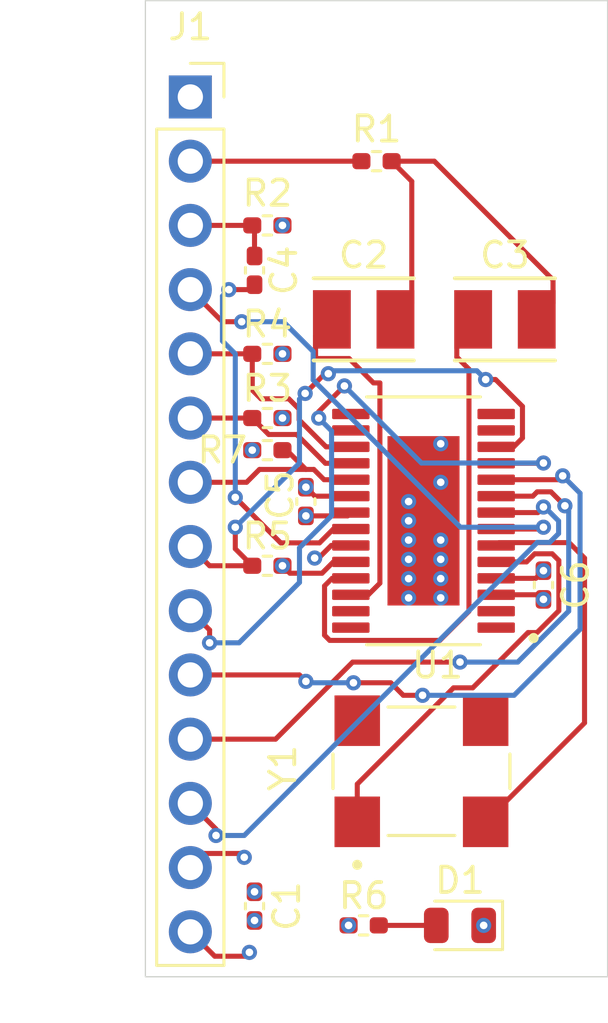
<source format=kicad_pcb>
(kicad_pcb (version 20240108) (generator "pcbnew") (generator_version "8.0")
  (layers (0 "F.Cu" signal) (1 "In1.Cu" signal) (2 "In2.Cu" signal) (31 "B.Cu" signal) (34 "B.Paste" user) (35 "F.Paste" user) (36 "B.SilkS" user "B.Silkscreen") (37 "F.SilkS" user "F.Silkscreen") (38 "B.Mask" user) (39 "F.Mask" user) (44 "Edge.Cuts" user))
  (net 0 "")
  (net 1 "+5V")
  (net 2 "GND")
  (net 3 "Net-(U1-VOUT)")
  (net 4 "Net-(C2-Pad2)")
  (net 5 "Net-(U1-SAG)")
  (net 6 "Net-(U1-VIN)")
  (net 7 "VIN")
  (net 8 "Net-(D1-A)")
  (net 9 "VSYNC")
  (net 10 "HSYNC")
  (net 11 "SDOUT")
  (net 12 "VOUT")
  (net 13 "RESET")
  (net 14 "CS")
  (net 15 "LOS")
  (net 16 "CLKOUT")
  (net 17 "SDIN")
  (net 18 "SCLK")
  (net 19 "Net-(U1-XFB)")
  (net 20 "Net-(U1-CLKIN)")
  (footprint "Capacitor_SMD:C_0402_1005Metric_Pad0.74x0.62mm_HandSolder" (layer "F.Cu") (at 148.844 99.06 90)
    (property "Reference" "C5" (at 0.254 -1.016 90) (layer "F.SilkS"))
    (property "Value" "0.1uF")
    (fp_line (start -0.115835 -0.36) (end 0.115835 -0.36) (stroke (width 0.12)) (layer "F.SilkS"))
    (fp_line (start -0.115835 0.36) (end 0.115835 0.36) (stroke (width 0.12)) (layer "F.SilkS"))
    (pad "1" smd roundrect (at -0.5675 0 90) (size 0.735 0.62) (layers "F.Cu" "F.Paste" "F.Mask") (net 1 "+5V"))
    (pad "2" smd roundrect (at 0.5675 0 90) (size 0.735 0.62) (layers "F.Cu" "F.Paste" "F.Mask") (net 2 "GND"))
  )
  (footprint "293D476X9010B2TE3:CAP_293D_B_VIS" (layer "F.Cu") (at 151.13 91.855)
    (property "Reference" "C2" (at 0 -2.54 0) (layer "F.SilkS"))
    (property "Value" "47uF")
    (fp_line (start -1.9812 1.6256) (end 1.9812 1.6256) (stroke (width 0.1524)) (layer "F.SilkS"))
    (fp_line (start 1.9812 -1.6256) (end -1.9812 -1.6256) (stroke (width 0.1524)) (layer "F.SilkS"))
    (pad "1" smd rect (at -1.257824 0 90) (size 2.3114 1.497552) (layers "F.Cu" "F.Paste" "F.Mask") (net 3 "Net-(U1-VOUT)"))
    (pad "2" smd rect (at 1.257824 0 90) (size 2.3114 1.497552) (layers "F.Cu" "F.Paste" "F.Mask") (net 4 "Net-(C2-Pad2)"))
  )
  (footprint "Resistor_SMD:R_0402_1005Metric_Pad0.72x0.64mm_HandSolder" (layer "F.Cu") (at 147.32 97.028)
    (property "Reference" "R7" (at -1.778 0 0) (layer "F.SilkS"))
    (property "Value" "10k")
    (fp_line (start -0.167621 -0.38) (end 0.167621 -0.38) (stroke (width 0.12)) (layer "F.SilkS"))
    (fp_line (start -0.167621 0.38) (end 0.167621 0.38) (stroke (width 0.12)) (layer "F.SilkS"))
    (pad "1" smd roundrect (at -0.5975 0) (size 0.715 0.64) (layers "F.Cu" "F.Paste" "F.Mask") (net 1 "+5V"))
    (pad "2" smd roundrect (at 0.5975 0) (size 0.715 0.64) (layers "F.Cu" "F.Paste" "F.Mask") (net 13 "RESET"))
  )
  (footprint "Resistor_SMD:R_0402_1005Metric_Pad0.72x0.64mm_HandSolder" (layer "F.Cu") (at 147.32 101.6)
    (property "Reference" "R5" (at 0 -1.17 0) (layer "F.SilkS"))
    (property "Value" "1k")
    (fp_line (start -0.167621 -0.38) (end 0.167621 -0.38) (stroke (width 0.12)) (layer "F.SilkS"))
    (fp_line (start -0.167621 0.38) (end 0.167621 0.38) (stroke (width 0.12)) (layer "F.SilkS"))
    (pad "1" smd roundrect (at -0.5975 0) (size 0.715 0.64) (layers "F.Cu" "F.Paste" "F.Mask") (net 15 "LOS"))
    (pad "2" smd roundrect (at 0.5975 0) (size 0.715 0.64) (layers "F.Cu" "F.Paste" "F.Mask") (net 1 "+5V"))
  )
  (footprint "MAX7456EUI_:SOP65P637X110-28N" (layer "F.Cu") (at 153.497 99.822 180)
    (property "Reference" "U1" (at -0.555 -5.712 0) (layer "F.SilkS"))
    (property "Value" "MAX7456EUI_")
    (fp_line (start -2.25 4.9) (end 2.25 4.9) (stroke (width 0.127)) (layer "F.SilkS"))
    (fp_line (start -2.25 -4.9) (end 2.25 -4.9) (stroke (width 0.127)) (layer "F.SilkS"))
    (fp_circle (center -4.355 -4.635) (end -4.255 -4.635) (stroke (width 0.2)) (fill none) (layer "F.SilkS"))
    (pad "1" smd roundrect (at -2.875 -4.225 180) (size 1.48 0.41) (layers "F.Cu" "F.Paste" "F.Mask") (roundrect_rratio 0.125))
    (pad "2" smd roundrect (at -2.875 -3.575 180) (size 1.48 0.41) (layers "F.Cu" "F.Paste" "F.Mask") (roundrect_rratio 0.125))
    (pad "3" smd roundrect (at -2.875 -2.925 180) (size 1.48 0.41) (layers "F.Cu" "F.Paste" "F.Mask") (roundrect_rratio 0.125) (net 1 "+5V"))
    (pad "4" smd roundrect (at -2.875 -2.275 180) (size 1.48 0.41) (layers "F.Cu" "F.Paste" "F.Mask") (roundrect_rratio 0.125) (net 2 "GND"))
    (pad "5" smd roundrect (at -2.875 -1.625 180) (size 1.48 0.41) (layers "F.Cu" "F.Paste" "F.Mask") (roundrect_rratio 0.125) (net 20 "Net-(U1-CLKIN)"))
    (pad "6" smd roundrect (at -2.875 -0.975 180) (size 1.48 0.41) (layers "F.Cu" "F.Paste" "F.Mask") (roundrect_rratio 0.125) (net 19 "Net-(U1-XFB)"))
    (pad "7" smd roundrect (at -2.875 -0.325 180) (size 1.48 0.41) (layers "F.Cu" "F.Paste" "F.Mask") (roundrect_rratio 0.125) (net 16 "CLKOUT"))
    (pad "8" smd roundrect (at -2.875 0.325 180) (size 1.48 0.41) (layers "F.Cu" "F.Paste" "F.Mask") (roundrect_rratio 0.125) (net 14 "CS"))
    (pad "9" smd roundrect (at -2.875 0.975 180) (size 1.48 0.41) (layers "F.Cu" "F.Paste" "F.Mask") (roundrect_rratio 0.125) (net 17 "SDIN"))
    (pad "10" smd roundrect (at -2.875 1.625 180) (size 1.48 0.41) (layers "F.Cu" "F.Paste" "F.Mask") (roundrect_rratio 0.125) (net 18 "SCLK"))
    (pad "11" smd roundrect (at -2.875 2.275 180) (size 1.48 0.41) (layers "F.Cu" "F.Paste" "F.Mask") (roundrect_rratio 0.125) (net 11 "SDOUT"))
    (pad "12" smd roundrect (at -2.875 2.925 180) (size 1.48 0.41) (layers "F.Cu" "F.Paste" "F.Mask") (roundrect_rratio 0.125) (net 15 "LOS"))
    (pad "13" smd roundrect (at -2.875 3.575 180) (size 1.48 0.41) (layers "F.Cu" "F.Paste" "F.Mask") (roundrect_rratio 0.125))
    (pad "14" smd roundrect (at -2.875 4.225 180) (size 1.48 0.41) (layers "F.Cu" "F.Paste" "F.Mask") (roundrect_rratio 0.125))
    (pad "15" smd roundrect (at 2.875 4.225 180) (size 1.48 0.41) (layers "F.Cu" "F.Paste" "F.Mask") (roundrect_rratio 0.125))
    (pad "16" smd roundrect (at 2.875 3.575 180) (size 1.48 0.41) (layers "F.Cu" "F.Paste" "F.Mask") (roundrect_rratio 0.125))
    (pad "17" smd roundrect (at 2.875 2.925 180) (size 1.48 0.41) (layers "F.Cu" "F.Paste" "F.Mask") (roundrect_rratio 0.125) (net 9 "VSYNC"))
    (pad "18" smd roundrect (at 2.875 2.275 180) (size 1.48 0.41) (layers "F.Cu" "F.Paste" "F.Mask") (roundrect_rratio 0.125) (net 10 "HSYNC"))
    (pad "19" smd roundrect (at 2.875 1.625 180) (size 1.48 0.41) (layers "F.Cu" "F.Paste" "F.Mask") (roundrect_rratio 0.125) (net 13 "RESET"))
    (pad "20" smd roundrect (at 2.875 0.975 180) (size 1.48 0.41) (layers "F.Cu" "F.Paste" "F.Mask") (roundrect_rratio 0.125) (net 2 "GND"))
    (pad "21" smd roundrect (at 2.875 0.325 180) (size 1.48 0.41) (layers "F.Cu" "F.Paste" "F.Mask") (roundrect_rratio 0.125) (net 1 "+5V"))
    (pad "22" smd roundrect (at 2.875 -0.325 180) (size 1.48 0.41) (layers "F.Cu" "F.Paste" "F.Mask") (roundrect_rratio 0.125) (net 6 "Net-(U1-VIN)"))
    (pad "23" smd roundrect (at 2.875 -0.975 180) (size 1.48 0.41) (layers "F.Cu" "F.Paste" "F.Mask") (roundrect_rratio 0.125) (net 2 "GND"))
    (pad "24" smd roundrect (at 2.875 -1.625 180) (size 1.48 0.41) (layers "F.Cu" "F.Paste" "F.Mask") (roundrect_rratio 0.125) (net 1 "+5V"))
    (pad "25" smd roundrect (at 2.875 -2.275 180) (size 1.48 0.41) (layers "F.Cu" "F.Paste" "F.Mask") (roundrect_rratio 0.125) (net 5 "Net-(U1-SAG)"))
    (pad "26" smd roundrect (at 2.875 -2.925 180) (size 1.48 0.41) (layers "F.Cu" "F.Paste" "F.Mask") (roundrect_rratio 0.125) (net 3 "Net-(U1-VOUT)"))
    (pad "27" smd roundrect (at 2.875 -3.575 180) (size 1.48 0.41) (layers "F.Cu" "F.Paste" "F.Mask") (roundrect_rratio 0.125))
    (pad "28" smd roundrect (at 2.875 -4.225 180) (size 1.48 0.41) (layers "F.Cu" "F.Paste" "F.Mask") (roundrect_rratio 0.125))
    (pad "29" smd rect (at 0 0 180) (size 2.85 6.7) (layers "F.Cu" "F.Mask") (net 2 "GND"))
  )
  (footprint "ASV_27_000MHZ_EJ_T:XTAL_ASV-27.000MHZ-EJ-T" (layer "F.Cu") (at 153.416 109.728 90)
    (property "Reference" "Y1" (at 0.1298 -5.4866 90) (layer "F.SilkS"))
    (property "Value" "27MHz")
    (fp_line (start -0.68 -3.5) (end 0.68 -3.5) (stroke (width 0.127)) (layer "F.SilkS"))
    (fp_line (start 2.54 -1.32) (end 2.54 1.32) (stroke (width 0.127)) (layer "F.SilkS"))
    (fp_line (start -2.54 -1.32) (end -2.54 1.32) (stroke (width 0.127)) (layer "F.SilkS"))
    (fp_line (start -0.68 3.5) (end 0.68 3.5) (stroke (width 0.127)) (layer "F.SilkS"))
    (fp_circle (center -3.7 -2.54) (end -3.6 -2.54) (stroke (width 0.2)) (fill none) (layer "F.SilkS"))
    (pad "1" smd rect (at -2 -2.54 90) (size 2 1.8) (layers "F.Cu" "F.Paste" "F.Mask") (net 20 "Net-(U1-CLKIN)"))
    (pad "2" smd rect (at -2 2.54 90) (size 2 1.8) (layers "F.Cu" "F.Paste" "F.Mask") (net 19 "Net-(U1-XFB)"))
    (pad "3" smd rect (at 2 2.54 90) (size 2 1.8) (layers "F.Cu" "F.Paste" "F.Mask"))
    (pad "4" smd rect (at 2 -2.54 90) (size 2 1.8) (layers "F.Cu" "F.Paste" "F.Mask"))
  )
  (footprint "LED_SMD:LED_0805_2012Metric" (layer "F.Cu") (at 154.94 115.824 180)
    (property "Reference" "D1" (at 0 1.778 0) (layer "F.SilkS"))
    (property "Value" "LED")
    (fp_line (start 1 -0.96) (end -1.685 -0.96) (stroke (width 0.12)) (layer "F.SilkS"))
    (fp_line (start -1.685 0.96) (end 1 0.96) (stroke (width 0.12)) (layer "F.SilkS"))
    (fp_line (start -1.685 -0.96) (end -1.685 0.96) (stroke (width 0.12)) (layer "F.SilkS"))
    (pad "1" smd roundrect (at -0.9375 0 180) (size 0.975 1.4) (layers "F.Cu" "F.Paste" "F.Mask") (net 2 "GND"))
    (pad "2" smd roundrect (at 0.9375 0 180) (size 0.975 1.4) (layers "F.Cu" "F.Paste" "F.Mask") (net 8 "Net-(D1-A)"))
  )
  (footprint "293D476X9010B2TE3:CAP_293D_B_VIS" (layer "F.Cu") (at 156.718 91.855)
    (property "Reference" "C3" (at 0 -2.54 0) (layer "F.SilkS"))
    (property "Value" "47uF")
    (fp_line (start -1.9812 1.6256) (end 1.9812 1.6256) (stroke (width 0.1524)) (layer "F.SilkS"))
    (fp_line (start 1.9812 -1.6256) (end -1.9812 -1.6256) (stroke (width 0.1524)) (layer "F.SilkS"))
    (pad "1" smd rect (at -1.257824 0 90) (size 2.3114 1.497552) (layers "F.Cu" "F.Paste" "F.Mask") (net 5 "Net-(U1-SAG)"))
    (pad "2" smd rect (at 1.257824 0 90) (size 2.3114 1.497552) (layers "F.Cu" "F.Paste" "F.Mask") (net 4 "Net-(C2-Pad2)"))
  )
  (footprint "Resistor_SMD:R_0402_1005Metric_Pad0.72x0.64mm_HandSolder" (layer "F.Cu") (at 147.32 93.218)
    (property "Reference" "R4" (at 0 -1.17 0) (layer "F.SilkS"))
    (property "Value" "1k")
    (fp_line (start -0.167621 -0.38) (end 0.167621 -0.38) (stroke (width 0.12)) (layer "F.SilkS"))
    (fp_line (start -0.167621 0.38) (end 0.167621 0.38) (stroke (width 0.12)) (layer "F.SilkS"))
    (pad "1" smd roundrect (at -0.5975 0) (size 0.715 0.64) (layers "F.Cu" "F.Paste" "F.Mask") (net 9 "VSYNC"))
    (pad "2" smd roundrect (at 0.5975 0) (size 0.715 0.64) (layers "F.Cu" "F.Paste" "F.Mask") (net 1 "+5V"))
  )
  (footprint "Capacitor_SMD:C_0402_1005Metric_Pad0.74x0.62mm_HandSolder" (layer "F.Cu") (at 146.812 89.916 -90)
    (property "Reference" "C4" (at 0 -1.16 90) (layer "F.SilkS"))
    (property "Value" "0.1uF")
    (fp_line (start -0.115835 0.36) (end 0.115835 0.36) (stroke (width 0.12)) (layer "F.SilkS"))
    (fp_line (start -0.115835 -0.36) (end 0.115835 -0.36) (stroke (width 0.12)) (layer "F.SilkS"))
    (pad "1" smd roundrect (at -0.5675 0 270) (size 0.735 0.62) (layers "F.Cu" "F.Paste" "F.Mask") (net 7 "VIN"))
    (pad "2" smd roundrect (at 0.5675 0 270) (size 0.735 0.62) (layers "F.Cu" "F.Paste" "F.Mask") (net 6 "Net-(U1-VIN)"))
  )
  (footprint "Resistor_SMD:R_0402_1005Metric_Pad0.72x0.64mm_HandSolder" (layer "F.Cu") (at 151.13 115.824)
    (property "Reference" "R6" (at 0 -1.17 0) (layer "F.SilkS"))
    (property "Value" "330")
    (fp_line (start -0.167621 -0.38) (end 0.167621 -0.38) (stroke (width 0.12)) (layer "F.SilkS"))
    (fp_line (start -0.167621 0.38) (end 0.167621 0.38) (stroke (width 0.12)) (layer "F.SilkS"))
    (pad "1" smd roundrect (at -0.5975 0) (size 0.715 0.64) (layers "F.Cu" "F.Paste" "F.Mask") (net 1 "+5V"))
    (pad "2" smd roundrect (at 0.5975 0) (size 0.715 0.64) (layers "F.Cu" "F.Paste" "F.Mask") (net 8 "Net-(D1-A)"))
  )
  (footprint "Connector_PinSocket_2.54mm:PinSocket_1x14_P2.54mm_Vertical" (layer "F.Cu") (at 144.272 83.058)
    (property "Reference" "J1" (at 0 -2.77 0) (layer "F.SilkS"))
    (property "Value" "Conn_01x14_Socket")
    (fp_line (start -1.33 1.27) (end -1.33 34.35) (stroke (width 0.12)) (layer "F.SilkS"))
    (fp_line (start -1.33 1.27) (end 1.33 1.27) (stroke (width 0.12)) (layer "F.SilkS"))
    (fp_line (start -1.33 34.35) (end 1.33 34.35) (stroke (width 0.12)) (layer "F.SilkS"))
    (fp_line (start 0 -1.33) (end 1.33 -1.33) (stroke (width 0.12)) (layer "F.SilkS"))
    (fp_line (start 1.33 -1.33) (end 1.33 0) (stroke (width 0.12)) (layer "F.SilkS"))
    (fp_line (start 1.33 1.27) (end 1.33 34.35) (stroke (width 0.12)) (layer "F.SilkS"))
    (pad "1" thru_hole rect (at 0 0) (size 1.7 1.7) (drill 1) (layers "*.Cu" "*.Mask") (net 2 "GND"))
    (pad "2" thru_hole oval (at 0 2.54) (size 1.7 1.7) (drill 1) (layers "*.Cu" "*.Mask") (net 12 "VOUT"))
    (pad "3" thru_hole oval (at 0 5.08) (size 1.7 1.7) (drill 1) (layers "*.Cu" "*.Mask") (net 7 "VIN"))
    (pad "4" thru_hole oval (at 0 7.62) (size 1.7 1.7) (drill 1) (layers "*.Cu" "*.Mask") (net 16 "CLKOUT"))
    (pad "5" thru_hole oval (at 0 10.16) (size 1.7 1.7) (drill 1) (layers "*.Cu" "*.Mask") (net 9 "VSYNC"))
    (pad "6" thru_hole oval (at 0 12.7) (size 1.7 1.7) (drill 1) (layers "*.Cu" "*.Mask") (net 10 "HSYNC"))
    (pad "7" thru_hole oval (at 0 15.24) (size 1.7 1.7) (drill 1) (layers "*.Cu" "*.Mask") (net 13 "RESET"))
    (pad "8" thru_hole oval (at 0 17.78) (size 1.7 1.7) (drill 1) (layers "*.Cu" "*.Mask") (net 15 "LOS"))
    (pad "9" thru_hole oval (at 0 20.32) (size 1.7 1.7) (drill 1) (layers "*.Cu" "*.Mask") (net 11 "SDOUT"))
    (pad "10" thru_hole oval (at 0 22.86) (size 1.7 1.7) (drill 1) (layers "*.Cu" "*.Mask") (net 18 "SCLK"))
    (pad "11" thru_hole oval (at 0 25.4) (size 1.7 1.7) (drill 1) (layers "*.Cu" "*.Mask") (net 17 "SDIN"))
    (pad "12" thru_hole oval (at 0 27.94) (size 1.7 1.7) (drill 1) (layers "*.Cu" "*.Mask") (net 14 "CS"))
    (pad "13" thru_hole oval (at 0 30.48) (size 1.7 1.7) (drill 1) (layers "*.Cu" "*.Mask") (net 2 "GND"))
    (pad "14" thru_hole oval (at 0 33.02) (size 1.7 1.7) (drill 1) (layers "*.Cu" "*.Mask") (net 1 "+5V"))
  )
  (footprint "Resistor_SMD:R_0402_1005Metric_Pad0.72x0.64mm_HandSolder" (layer "F.Cu") (at 147.32 88.138 180)
    (property "Reference" "R2" (at 0 1.27 0) (layer "F.SilkS"))
    (property "Value" "75")
    (fp_line (start -0.167621 0.38) (end 0.167621 0.38) (stroke (width 0.12)) (layer "F.SilkS"))
    (fp_line (start -0.167621 -0.38) (end 0.167621 -0.38) (stroke (width 0.12)) (layer "F.SilkS"))
    (pad "1" smd roundrect (at -0.5975 0 180) (size 0.715 0.64) (layers "F.Cu" "F.Paste" "F.Mask") (net 2 "GND"))
    (pad "2" smd roundrect (at 0.5975 0 180) (size 0.715 0.64) (layers "F.Cu" "F.Paste" "F.Mask") (net 7 "VIN"))
  )
  (footprint "Resistor_SMD:R_0402_1005Metric_Pad0.72x0.64mm_HandSolder" (layer "F.Cu") (at 151.638 85.598 180)
    (property "Reference" "R1" (at 0 1.27 0) (layer "F.SilkS"))
    (property "Value" "75")
    (fp_line (start -0.167621 0.38) (end 0.167621 0.38) (stroke (width 0.12)) (layer "F.SilkS"))
    (fp_line (start -0.167621 -0.38) (end 0.167621 -0.38) (stroke (width 0.12)) (layer "F.SilkS"))
    (pad "1" smd roundrect (at -0.5975 0 180) (size 0.715 0.64) (layers "F.Cu" "F.Paste" "F.Mask") (net 4 "Net-(C2-Pad2)"))
    (pad "2" smd roundrect (at 0.5975 0 180) (size 0.715 0.64) (layers "F.Cu" "F.Paste" "F.Mask") (net 12 "VOUT"))
  )
  (footprint "Capacitor_SMD:C_0402_1005Metric_Pad0.74x0.62mm_HandSolder" (layer "F.Cu") (at 146.812 115.062 90)
    (property "Reference" "C1" (at 0 1.27 90) (layer "F.SilkS"))
    (property "Value" "0.1uF")
    (fp_line (start -0.115835 -0.36) (end 0.115835 -0.36) (stroke (width 0.12)) (layer "F.SilkS"))
    (fp_line (start -0.115835 0.36) (end 0.115835 0.36) (stroke (width 0.12)) (layer "F.SilkS"))
    (pad "1" smd roundrect (at -0.5675 0 90) (size 0.735 0.62) (layers "F.Cu" "F.Paste" "F.Mask") (net 1 "+5V"))
    (pad "2" smd roundrect (at 0.5675 0 90) (size 0.735 0.62) (layers "F.Cu" "F.Paste" "F.Mask") (net 2 "GND"))
  )
  (footprint "Capacitor_SMD:C_0402_1005Metric_Pad0.74x0.62mm_HandSolder" (layer "F.Cu") (at 158.242 102.362 90)
    (property "Reference" "C6" (at 0 1.27 90) (layer "F.SilkS"))
    (property "Value" "0.1uF")
    (fp_line (start -0.115835 -0.36) (end 0.115835 -0.36) (stroke (width 0.12)) (layer "F.SilkS"))
    (fp_line (start -0.115835 0.36) (end 0.115835 0.36) (stroke (width 0.12)) (layer "F.SilkS"))
    (pad "1" smd roundrect (at -0.5675 0 90) (size 0.735 0.62) (layers "F.Cu" "F.Paste" "F.Mask") (net 1 "+5V"))
    (pad "2" smd roundrect (at 0.5675 0 90) (size 0.735 0.62) (layers "F.Cu" "F.Paste" "F.Mask") (net 2 "GND"))
  )
  (footprint "Resistor_SMD:R_0402_1005Metric_Pad0.72x0.64mm_HandSolder" (layer "F.Cu") (at 147.32 95.758)
    (property "Reference" "R3" (at 0 -1.17 0) (layer "F.SilkS"))
    (property "Value" "1k")
    (fp_line (start -0.167621 -0.38) (end 0.167621 -0.38) (stroke (width 0.12)) (layer "F.SilkS"))
    (fp_line (start -0.167621 0.38) (end 0.167621 0.38) (stroke (width 0.12)) (layer "F.SilkS"))
    (pad "1" smd roundrect (at -0.5975 0) (size 0.715 0.64) (layers "F.Cu" "F.Paste" "F.Mask") (net 10 "HSYNC"))
    (pad "2" smd roundrect (at 0.5975 0) (size 0.715 0.64) (layers "F.Cu" "F.Paste" "F.Mask") (net 1 "+5V"))
  )
  (gr_rect (start 142.494 79.248) (end 160.782 117.856) (stroke (width 0.05)) (fill none) (layer "Edge.Cuts"))
  (segment (start 150.622 101.447) (end 149.931336 101.447) (width 0.2) (layer "F.Cu") (net 1))
  (segment (start 148.2125 101.895) (end 147.9175 101.6) (width 0.2) (layer "F.Cu") (net 1))
  (segment (start 148.844 99.6275) (end 150.4915 99.6275) (width 0.2) (layer "F.Cu") (net 1))
  (segment (start 150.4915 99.6275) (end 150.622 99.497) (width 0.2) (layer "F.Cu") (net 1))
  (segment (start 156.372 102.747) (end 158.0595 102.747) (width 0.2) (layer "F.Cu") (net 1))
  (segment (start 144.272 116.078) (end 145.2372 117.0432) (width 0.2) (layer "F.Cu") (net 1))
  (segment (start 149.931336 101.447) (end 149.483336 101.895) (width 0.2) (layer "F.Cu") (net 1))
  (segment (start 149.483336 101.895) (end 148.2125 101.895) (width 0.2) (layer "F.Cu") (net 1))
  (segment (start 158.0595 102.747) (end 158.242 102.9295) (width 0.2) (layer "F.Cu") (net 1))
  (segment (start 145.2372 117.0432) (end 146.4564 117.0432) (width 0.2) (layer "F.Cu") (net 1))
  (segment (start 146.4564 117.0432) (end 146.6088 116.8908) (width 0.2) (layer "F.Cu") (net 1))
  (via (at 158.242 102.9295) (size 0.6) (drill 0.3) (layers "F.Cu" "B.Cu") (net 1))
  (via (at 146.812 115.6295) (size 0.6) (drill 0.3) (layers "F.Cu" "B.Cu") (net 1))
  (via (at 147.9175 95.758) (size 0.6) (drill 0.3) (layers "F.Cu" "B.Cu") (net 1))
  (via (at 147.9175 93.218) (size 0.6) (drill 0.3) (layers "F.Cu" "B.Cu") (net 1))
  (via (at 148.844 99.6275) (size 0.6) (drill 0.3) (layers "F.Cu" "B.Cu") (net 1))
  (via (at 147.9175 101.6) (size 0.6) (drill 0.3) (layers "F.Cu" "B.Cu") (net 1))
  (via (at 146.6088 116.8908) (size 0.6) (drill 0.3) (layers "F.Cu" "B.Cu") (net 1))
  (via (at 146.7225 97.028) (size 0.6) (drill 0.3) (layers "F.Cu" "B.Cu") (net 1))
  (via (at 150.5325 115.824) (size 0.6) (drill 0.3) (layers "F.Cu" "B.Cu") (net 1))
  (segment (start 150.622 100.797) (end 149.847022 100.797) (width 0.2) (layer "F.Cu") (net 2))
  (segment (start 149.349022 101.295) (end 149.19 101.295) (width 0.2) (layer "F.Cu") (net 2))
  (segment (start 146.2532 112.9792) (end 146.4056 113.1316) (width 0.2) (layer "F.Cu") (net 2))
  (segment (start 144.272 113.538) (end 144.8308 112.9792) (width 0.2) (layer "F.Cu") (net 2))
  (segment (start 150.622 98.847) (end 149.1985 98.847) (width 0.2) (layer "F.Cu") (net 2))
  (segment (start 144.8308 112.9792) (end 146.2532 112.9792) (width 0.2) (layer "F.Cu") (net 2))
  (segment (start 157.9395 102.097) (end 158.242 101.7945) (width 0.2) (layer "F.Cu") (net 2))
  (segment (start 156.372 102.097) (end 157.9395 102.097) (width 0.2) (layer "F.Cu") (net 2))
  (segment (start 149.1985 98.847) (end 148.844 98.4925) (width 0.2) (layer "F.Cu") (net 2))
  (segment (start 149.847022 100.797) (end 149.349022 101.295) (width 0.2) (layer "F.Cu") (net 2))
  (via (at 152.908 101.346) (size 0.6) (drill 0.3) (layers "F.Cu" "B.Cu") (net 2))
  (via (at 154.178 100.584) (size 0.6) (drill 0.3) (layers "F.Cu" "B.Cu") (net 2))
  (via (at 154.178 96.774) (size 0.6) (drill 0.3) (layers "F.Cu" "B.Cu") (net 2))
  (via (at 149.19 101.295) (size 0.6) (drill 0.3) (layers "F.Cu" "B.Cu") (net 2))
  (via (at 152.908 100.584) (size 0.6) (drill 0.3) (layers "F.Cu" "B.Cu") (net 2))
  (via (at 154.178 102.87) (size 0.6) (drill 0.3) (layers "F.Cu" "B.Cu") (net 2))
  (via (at 155.8775 115.824) (size 0.6) (drill 0.3) (layers "F.Cu" "B.Cu") (net 2))
  (via (at 154.178 102.108) (size 0.6) (drill 0.3) (layers "F.Cu" "B.Cu") (net 2))
  (via (at 148.844 98.4925) (size 0.6) (drill 0.3) (layers "F.Cu" "B.Cu") (net 2))
  (via (at 154.178 98.298) (size 0.6) (drill 0.3) (layers "F.Cu" "B.Cu") (net 2))
  (via (at 152.908 99.06) (size 0.6) (drill 0.3) (layers "F.Cu" "B.Cu") (net 2))
  (via (at 146.812 114.4945) (size 0.6) (drill 0.3) (layers "F.Cu" "B.Cu") (net 2))
  (via (at 152.908 102.87) (size 0.6) (drill 0.3) (layers "F.Cu" "B.Cu") (net 2))
  (via (at 147.9175 88.138) (size 0.6) (drill 0.3) (layers "F.Cu" "B.Cu") (net 2))
  (via (at 154.178 101.346) (size 0.6) (drill 0.3) (layers "F.Cu" "B.Cu") (net 2))
  (via (at 152.908 102.108) (size 0.6) (drill 0.3) (layers "F.Cu" "B.Cu") (net 2))
  (via (at 146.4056 113.1316) (size 0.6) (drill 0.3) (layers "F.Cu" "B.Cu") (net 2))
  (via (at 158.242 101.7945) (size 0.6) (drill 0.3) (layers "F.Cu" "B.Cu") (net 2))
  (via (at 152.908 99.822) (size 0.6) (drill 0.3) (layers "F.Cu" "B.Cu") (net 2))
  (segment (start 151.518 94.368) (end 150.5528 93.4028) (width 0.2) (layer "F.Cu") (net 3))
  (segment (start 149.285178 93.4028) (end 149.2266 93.344222) (width 0.2) (layer "F.Cu") (net 3))
  (segment (start 151.772 102.287664) (end 151.772 94.368) (width 0.2) (layer "F.Cu") (net 3))
  (segment (start 150.5528 93.4028) (end 149.285178 93.4028) (width 0.2) (layer "F.Cu") (net 3))
  (segment (start 151.772 94.368) (end 151.518 94.368) (width 0.2) (layer "F.Cu") (net 3))
  (segment (start 149.2266 92.500576) (end 149.872176 91.855) (width 0.2) (layer "F.Cu") (net 3))
  (segment (start 149.2266 93.344222) (end 149.2266 92.500576) (width 0.2) (layer "F.Cu") (net 3))
  (segment (start 151.312664 102.747) (end 151.772 102.287664) (width 0.2) (layer "F.Cu") (net 3))
  (segment (start 150.622 102.747) (end 151.312664 102.747) (width 0.2) (layer "F.Cu") (net 3))
  (segment (start 158.6214 91.209424) (end 158.6214 90.2954) (width 0.2) (layer "F.Cu") (net 4))
  (segment (start 157.975824 91.855) (end 158.6214 91.209424) (width 0.2) (layer "F.Cu") (net 4))
  (segment (start 153.924 85.598) (end 152.2355 85.598) (width 0.2) (layer "F.Cu") (net 4))
  (segment (start 153.0334 91.209424) (end 152.387824 91.855) (width 0.2) (layer "F.Cu") (net 4))
  (segment (start 153.0334 86.3959) (end 153.0334 91.209424) (width 0.2) (layer "F.Cu") (net 4))
  (segment (start 158.6214 90.2954) (end 153.924 85.598) (width 0.2) (layer "F.Cu") (net 4))
  (segment (start 152.2355 85.598) (end 153.0334 86.3959) (width 0.2) (layer "F.Cu") (net 4))
  (segment (start 154.142 104.552) (end 155.2956 103.3984) (width 0.2) (layer "F.Cu") (net 5))
  (segment (start 154.8146 93.344222) (end 154.8146 92.500576) (width 0.2) (layer "F.Cu") (net 5))
  (segment (start 155.2956 103.3984) (end 155.2956 93.825222) (width 0.2) (layer "F.Cu") (net 5))
  (segment (start 150.622 102.097) (end 149.882001 102.097) (width 0.2) (layer "F.Cu") (net 5))
  (segment (start 149.582 104.347664) (end 149.786336 104.552) (width 0.2) (layer "F.Cu") (net 5))
  (segment (start 149.582 102.397001) (end 149.582 104.347664) (width 0.2) (layer "F.Cu") (net 5))
  (segment (start 155.2956 93.825222) (end 154.8146 93.344222) (width 0.2) (layer "F.Cu") (net 5))
  (segment (start 149.786336 104.552) (end 154.142 104.552) (width 0.2) (layer "F.Cu") (net 5))
  (segment (start 149.882001 102.097) (end 149.582 102.397001) (width 0.2) (layer "F.Cu") (net 5))
  (segment (start 154.8146 92.500576) (end 155.460176 91.855) (width 0.2) (layer "F.Cu") (net 5))
  (segment (start 147.847 100.695) (end 146.05 98.898) (width 0.2) (layer "F.Cu") (net 6))
  (segment (start 149.383336 100.695) (end 147.847 100.695) (width 0.2) (layer "F.Cu") (net 6))
  (segment (start 145.796 90.678) (end 146.6175 90.678) (width 0.2) (layer "F.Cu") (net 6))
  (segment (start 149.931336 100.147) (end 149.383336 100.695) (width 0.2) (layer "F.Cu") (net 6))
  (segment (start 146.6175 90.678) (end 146.812 90.4835) (width 0.2) (layer "F.Cu") (net 6))
  (segment (start 150.622 100.147) (end 149.931336 100.147) (width 0.2) (layer "F.Cu") (net 6))
  (via (at 145.796 90.678) (size 0.6) (drill 0.3) (layers "F.Cu" "B.Cu") (net 6))
  (via (at 146.05 98.898) (size 0.6) (drill 0.3) (layers "F.Cu" "B.Cu") (net 6))
  (segment (start 145.542 90.932) (end 145.796 90.678) (width 0.2) (layer "B.Cu") (net 6))
  (segment (start 146.05 98.898) (end 146.05 93.218) (width 0.2) (layer "B.Cu") (net 6))
  (segment (start 145.542 92.71) (end 145.542 90.932) (width 0.2) (layer "B.Cu") (net 6))
  (segment (start 146.05 93.218) (end 145.542 92.71) (width 0.2) (layer "B.Cu") (net 6))
  (segment (start 146.812 88.2275) (end 146.7225 88.138) (width 0.2) (layer "F.Cu") (net 7))
  (segment (start 144.272 88.138) (end 146.7225 88.138) (width 0.2) (layer "F.Cu") (net 7))
  (segment (start 146.812 89.3485) (end 146.812 88.2275) (width 0.2) (layer "F.Cu") (net 7))
  (segment (start 154.0025 115.824) (end 151.7275 115.824) (width 0.2) (layer "F.Cu") (net 8))
  (segment (start 144.272 93.218) (end 146.7225 93.218) (width 0.2) (layer "F.Cu") (net 9))
  (segment (start 148.575 95.403028) (end 148.167972 94.996) (width 0.2) (layer "F.Cu") (net 9))
  (segment (start 146.7225 94.6525) (end 146.7225 93.218) (width 0.2) (layer "F.Cu") (net 9))
  (segment (start 150.622 96.897) (end 149.642471 96.897) (width 0.2) (layer "F.Cu") (net 9))
  (segment (start 148.167972 94.996) (end 147.066 94.996) (width 0.2) (layer "F.Cu") (net 9))
  (segment (start 147.066 94.996) (end 146.7225 94.6525) (width 0.2) (layer "F.Cu") (net 9))
  (segment (start 149.642471 96.897) (end 148.575 95.829529) (width 0.2) (layer "F.Cu") (net 9))
  (segment (start 148.575 95.829529) (end 148.575 95.403028) (width 0.2) (layer "F.Cu") (net 9))
  (segment (start 144.272 95.758) (end 146.7225 95.758) (width 0.2) (layer "F.Cu") (net 10))
  (segment (start 148.478 96.408) (end 149.617 97.547) (width 0.2) (layer "F.Cu") (net 10))
  (segment (start 149.617 97.547) (end 150.622 97.547) (width 0.2) (layer "F.Cu") (net 10))
  (segment (start 147.3725 96.408) (end 148.478 96.408) (width 0.2) (layer "F.Cu") (net 10))
  (segment (start 146.7225 95.758) (end 147.3725 96.408) (width 0.2) (layer "F.Cu") (net 10))
  (segment (start 150.368 94.488) (end 149.352 95.504) (width 0.2) (layer "F.Cu") (net 11))
  (segment (start 149.352 95.504) (end 149.352 95.758) (width 0.2) (layer "F.Cu") (net 11))
  (segment (start 145.034 104.648) (end 145.034 104.14) (width 0.2) (layer "F.Cu") (net 11))
  (segment (start 156.372 97.547) (end 158.231 97.547) (width 0.2) (layer "F.Cu") (net 11))
  (segment (start 158.231 97.547) (end 158.242 97.536) (width 0.2) (layer "F.Cu") (net 11))
  (segment (start 145.034 104.14) (end 144.272 103.378) (width 0.2) (layer "F.Cu") (net 11))
  (via (at 150.368 94.488) (size 0.6) (drill 0.3) (layers "F.Cu" "B.Cu") (net 11))
  (via (at 145.034 104.648) (size 0.6) (drill 0.3) (layers "F.Cu" "B.Cu") (net 11))
  (via (at 158.242 97.536) (size 0.6) (drill 0.3) (layers "F.Cu" "B.Cu") (net 11))
  (via (at 149.352 95.758) (size 0.6) (drill 0.3) (layers "F.Cu" "B.Cu") (net 11))
  (segment (start 158.242 97.536) (end 153.416 97.536) (width 0.2) (layer "B.Cu") (net 11))
  (segment (start 146.2024 104.648) (end 145.034 104.648) (width 0.2) (layer "B.Cu") (net 11))
  (segment (start 153.416 97.536) (end 150.368 94.488) (width 0.2) (layer "B.Cu") (net 11))
  (segment (start 148.59 102.2604) (end 146.2024 104.648) (width 0.2) (layer "B.Cu") (net 11))
  (segment (start 149.86 99.6188) (end 148.59 100.8888) (width 0.2) (layer "B.Cu") (net 11))
  (segment (start 149.86 96.266) (end 149.86 99.6188) (width 0.2) (layer "B.Cu") (net 11))
  (segment (start 148.59 100.8888) (end 148.59 102.2604) (width 0.2) (layer "B.Cu") (net 11))
  (segment (start 149.352 95.758) (end 149.86 96.266) (width 0.2) (layer "B.Cu") (net 11))
  (segment (start 144.272 85.598) (end 151.0405 85.598) (width 0.2) (layer "F.Cu") (net 12))
  (segment (start 144.272 98.298) (end 146.499238 98.298) (width 0.2) (layer "F.Cu") (net 13))
  (segment (start 149.563762 98.197) (end 149.156762 97.79) (width 0.2) (layer "F.Cu") (net 13))
  (segment (start 147.007238 97.79) (end 146.499238 98.298) (width 0.2) (layer "F.Cu") (net 13))
  (segment (start 150.622 98.197) (end 149.563762 98.197) (width 0.2) (layer "F.Cu") (net 13))
  (segment (start 148.844 97.79) (end 147.007238 97.79) (width 0.2) (layer "F.Cu") (net 13))
  (segment (start 149.156762 97.79) (end 148.844 97.79) (width 0.2) (layer "F.Cu") (net 13))
  (segment (start 148.082 97.028) (end 148.844 97.79) (width 0.2) (layer "F.Cu") (net 13))
  (segment (start 156.372 99.497) (end 158.020997 99.497) (width 0.2) (layer "F.Cu") (net 14))
  (segment (start 158.020997 99.497) (end 158.242 99.275997) (width 0.2) (layer "F.Cu") (net 14))
  (segment (start 145.288 112.014) (end 144.272 110.998) (width 0.2) (layer "F.Cu") (net 14))
  (segment (start 145.288 112.268) (end 145.288 112.014) (width 0.2) (layer "F.Cu") (net 14))
  (via (at 158.242 99.275997) (size 0.6) (drill 0.3) (layers "F.Cu" "B.Cu") (net 14))
  (via (at 145.288 112.268) (size 0.6) (drill 0.3) (layers "F.Cu" "B.Cu") (net 14))
  (segment (start 158.490529 100.676) (end 157.9976 100.676) (width 0.2) (layer "B.Cu") (net 14))
  (segment (start 146.4056 112.268) (end 145.288 112.268) (width 0.2) (layer "B.Cu") (net 14))
  (segment (start 158.290526 99.275997) (end 158.842 99.827471) (width 0.2) (layer "B.Cu") (net 14))
  (segment (start 157.9976 100.676) (end 146.4056 112.268) (width 0.2) (layer "B.Cu") (net 14))
  (segment (start 158.242 99.275997) (end 158.290526 99.275997) (width 0.2) (layer "B.Cu") (net 14))
  (segment (start 158.842 100.324529) (end 158.490529 100.676) (width 0.2) (layer "B.Cu") (net 14))
  (segment (start 158.842 99.827471) (end 158.842 100.324529) (width 0.2) (layer "B.Cu") (net 14))
  (segment (start 149.731934 94.0028) (end 149.594278 94.0028) (width 0.2) (layer "F.Cu") (net 15))
  (segment (start 146.7225 101.6) (end 145.034 101.6) (width 0.2) (layer "F.Cu") (net 15))
  (segment (start 157.412 96.547664) (end 157.412 95.296336) (width 0.2) (layer "F.Cu") (net 15))
  (segment (start 149.594278 94.0028) (end 148.814577 94.782501) (width 0.2) (layer "F.Cu") (net 15))
  (segment (start 146.05 100.9275) (end 146.7225 101.6) (width 0.2) (layer "F.Cu") (net 15))
  (segment (start 145.034 101.6) (end 144.272 100.838) (width 0.2) (layer "F.Cu") (net 15))
  (segment (start 157.062664 96.897) (end 157.412 96.547664) (width 0.2) (layer "F.Cu") (net 15))
  (segment (start 156.372 96.897) (end 155.825 96.897) (width 0.2) (layer "F.Cu") (net 15))
  (segment (start 157.412 95.296336) (end 156.349664 94.234) (width 0.2) (layer "F.Cu") (net 15))
  (segment (start 155.825 96.897) (end 157.062664 96.897) (width 0.2) (layer "F.Cu") (net 15))
  (segment (start 156.349664 94.234) (end 155.956 94.234) (width 0.2) (layer "F.Cu") (net 15))
  (segment (start 146.05 100.076) (end 146.05 100.9275) (width 0.2) (layer "F.Cu") (net 15))
  (via (at 148.814577 94.782501) (size 0.6) (drill 0.3) (layers "F.Cu" "B.Cu") (net 15))
  (via (at 149.731934 94.0028) (size 0.6) (drill 0.3) (layers "F.Cu" "B.Cu") (net 15))
  (via (at 155.956 94.234) (size 0.6) (drill 0.3) (layers "F.Cu" "B.Cu") (net 15))
  (via (at 146.05 100.076) (size 0.6) (drill 0.3) (layers "F.Cu" "B.Cu") (net 15))
  (segment (start 155.61 93.888) (end 149.846734 93.888) (width 0.2) (layer "B.Cu") (net 15))
  (segment (start 148.59 97.536) (end 146.05 100.076) (width 0.2) (layer "B.Cu") (net 15))
  (segment (start 148.814577 94.782501) (end 148.59 95.007078) (width 0.2) (layer "B.Cu") (net 15))
  (segment (start 149.846734 93.888) (end 149.731934 94.0028) (width 0.2) (layer "B.Cu") (net 15))
  (segment (start 148.59 95.007078) (end 148.59 97.536) (width 0.2) (layer "B.Cu") (net 15))
  (segment (start 155.956 94.234) (end 155.61 93.888) (width 0.2) (layer "B.Cu") (net 15))
  (segment (start 158.171 100.147) (end 158.242 100.076) (width 0.2) (layer "F.Cu") (net 16))
  (segment (start 146.304 91.948) (end 145.542 91.948) (width 0.2) (layer "F.Cu") (net 16))
  (segment (start 145.542 91.948) (end 144.272 90.678) (width 0.2) (layer "F.Cu") (net 16))
  (segment (start 156.372 100.147) (end 158.171 100.147) (width 0.2) (layer "F.Cu") (net 16))
  (via (at 158.242 100.076) (size 0.6) (drill 0.3) (layers "F.Cu" "B.Cu") (net 16))
  (via (at 146.304 91.948) (size 0.6) (drill 0.3) (layers "F.Cu" "B.Cu") (net 16))
  (segment (start 146.304 91.948) (end 147.955 91.948) (width 0.2) (layer "B.Cu") (net 16))
  (segment (start 149.131934 94.251329) (end 154.956605 100.076) (width 0.2) (layer "B.Cu") (net 16))
  (segment (start 149.131934 93.124934) (end 149.131934 94.251329) (width 0.2) (layer "B.Cu") (net 16))
  (segment (start 154.956605 100.076) (end 158.242 100.076) (width 0.2) (layer "B.Cu") (net 16))
  (segment (start 147.955 91.948) (end 149.131934 93.124934) (width 0.2) (layer "B.Cu") (net 16))
  (segment (start 158.539055 98.675997) (end 157.993471 98.675997) (width 0.2) (layer "F.Cu") (net 17))
  (segment (start 157.993471 98.675997) (end 157.822468 98.847) (width 0.2) (layer "F.Cu") (net 17))
  (segment (start 159.090529 99.227471) (end 158.539055 98.675997) (width 0.2) (layer "F.Cu") (net 17))
  (segment (start 147.646 108.458) (end 144.272 108.458) (width 0.2) (layer "F.Cu") (net 17))
  (segment (start 150.694 105.41) (end 147.646 108.458) (width 0.2) (layer "F.Cu") (net 17))
  (segment (start 154.94 105.41) (end 150.694 105.41) (width 0.2) (layer "F.Cu") (net 17))
  (segment (start 157.822468 98.847) (end 156.372 98.847) (width 0.2) (layer "F.Cu") (net 17))
  (via (at 154.94 105.41) (size 0.6) (drill 0.3) (layers "F.Cu" "B.Cu") (net 17))
  (via (at 159.090529 99.227471) (size 0.6) (drill 0.3) (layers "F.Cu" "B.Cu") (net 17))
  (segment (start 159.242 103.394) (end 157.226 105.41) (width 0.2) (layer "B.Cu") (net 17))
  (segment (start 159.090529 99.275997) (end 159.242 99.427468) (width 0.2) (layer "B.Cu") (net 17))
  (segment (start 159.242 99.427468) (end 159.242 103.394) (width 0.2) (layer "B.Cu") (net 17))
  (segment (start 159.090529 99.227471) (end 159.090529 99.275997) (width 0.2) (layer "B.Cu") (net 17))
  (segment (start 157.226 105.41) (end 154.94 105.41) (width 0.2) (layer "B.Cu") (net 17))
  (segment (start 152.697265 106.723265) (end 152.202001 106.228001) (width 0.2) (layer "F.Cu") (net 18))
  (segment (start 156.372 98.197) (end 158.851 98.197) (width 0.2) (layer "F.Cu") (net 18))
  (segment (start 158.851 98.197) (end 159.004 98.044) (width 0.2) (layer "F.Cu") (net 18))
  (segment (start 153.459265 106.723265) (end 152.697265 106.723265) (width 0.2) (layer "F.Cu") (net 18))
  (segment (start 148.844 106.172) (end 148.59 105.918) (width 0.2) (layer "F.Cu") (net 18))
  (segment (start 152.202001 106.228001) (end 150.724529 106.228001) (width 0.2) (layer "F.Cu") (net 18))
  (segment (start 148.59 105.918) (end 144.272 105.918) (width 0.2) (layer "F.Cu") (net 18))
  (via (at 148.844 106.172) (size 0.6) (drill 0.3) (layers "F.Cu" "B.Cu") (net 18))
  (via (at 159.004 98.044) (size 0.6) (drill 0.3) (layers "F.Cu" "B.Cu") (net 18))
  (via (at 153.459265 106.723265) (size 0.6) (drill 0.3) (layers "F.Cu" "B.Cu") (net 18))
  (via (at 150.724529 106.228001) (size 0.6) (drill 0.3) (layers "F.Cu" "B.Cu") (net 18))
  (segment (start 150.724529 106.228001) (end 148.900001 106.228001) (width 0.2) (layer "B.Cu") (net 18))
  (segment (start 159.690529 98.730529) (end 159.690529 104.113871) (width 0.2) (layer "B.Cu") (net 18))
  (segment (start 159.004 98.044) (end 159.690529 98.730529) (width 0.2) (layer "B.Cu") (net 18))
  (segment (start 159.690529 104.113871) (end 157.081135 106.723265) (width 0.2) (layer "B.Cu") (net 18))
  (segment (start 157.081135 106.723265) (end 153.459265 106.723265) (width 0.2) (layer "B.Cu") (net 18))
  (segment (start 148.900001 106.228001) (end 148.844 106.172) (width 0.2) (layer "B.Cu") (net 18))
  (segment (start 159.258 100.6856) (end 159.8676 101.2952) (width 0.2) (layer "F.Cu") (net 19))
  (segment (start 159.8676 107.8164) (end 155.956 111.728) (width 0.2) (layer "F.Cu") (net 19))
  (segment (start 156.4834 100.6856) (end 159.258 100.6856) (width 0.2) (layer "F.Cu") (net 19))
  (segment (start 159.8676 101.2952) (end 159.8676 107.8164) (width 0.2) (layer "F.Cu") (net 19))
  (segment (start 156.372 100.797) (end 156.4834 100.6856) (width 0.2) (layer "F.Cu") (net 19))
  (segment (start 158.852 101.389238) (end 158.852 103.3776) (width 0.2) (layer "F.Cu") (net 20))
  (segment (start 157.9876 104.242) (end 157.632 104.242) (width 0.2) (layer "F.Cu") (net 20))
  (segment (start 158.589762 101.127) (end 158.852 101.389238) (width 0.2) (layer "F.Cu") (net 20))
  (segment (start 158.852 103.3776) (end 157.9876 104.242) (width 0.2) (layer "F.Cu") (net 20))
  (segment (start 157.632 104.242) (end 155.446 106.428) (width 0.2) (layer "F.Cu") (net 20))
  (segment (start 150.876 110.236) (end 150.876 111.728) (width 0.2) (layer "F.Cu") (net 20))
  (segment (start 155.446 106.428) (end 154.684 106.428) (width 0.2) (layer "F.Cu") (net 20))
  (segment (start 154.684 106.428) (end 150.876 110.236) (width 0.2) (layer "F.Cu") (net 20))
  (segment (start 156.372 101.447) (end 157.574238 101.447) (width 0.2) (layer "F.Cu") (net 20))
  (segment (start 157.574238 101.447) (end 157.894238 101.127) (width 0.2) (layer "F.Cu") (net 20))
  (segment (start 157.894238 101.127) (end 158.589762 101.127) (width 0.2) (layer "F.Cu") (net 20))
)
</source>
